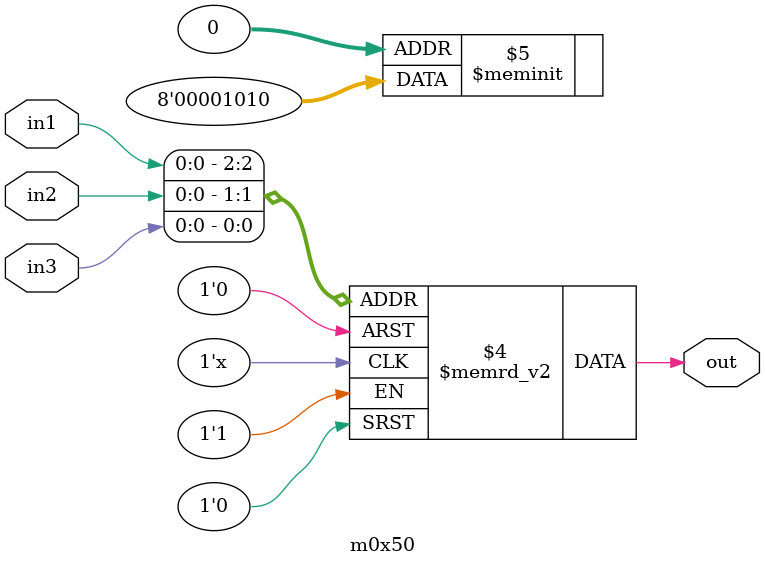
<source format=v>
module m0x50(output out, input in1, in2, in3);

   always @(in1, in2, in3)
     begin
        case({in1, in2, in3})
          3'b000: {out} = 1'b0;
          3'b001: {out} = 1'b1;
          3'b010: {out} = 1'b0;
          3'b011: {out} = 1'b1;
          3'b100: {out} = 1'b0;
          3'b101: {out} = 1'b0;
          3'b110: {out} = 1'b0;
          3'b111: {out} = 1'b0;
        endcase // case ({in1, in2, in3})
     end // always @ (in1, in2, in3)

endmodule // m0x50
</source>
